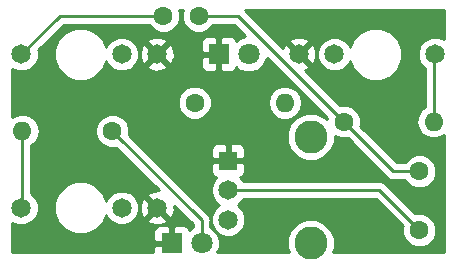
<source format=gbr>
G04 #@! TF.GenerationSoftware,KiCad,Pcbnew,(5.0.0)*
G04 #@! TF.CreationDate,2018-08-20T22:19:09+02:00*
G04 #@! TF.ProjectId,1u_lpg,31755F6C70672E6B696361645F706362,rev?*
G04 #@! TF.SameCoordinates,Original*
G04 #@! TF.FileFunction,Copper,L1,Top,Signal*
G04 #@! TF.FilePolarity,Positive*
%FSLAX46Y46*%
G04 Gerber Fmt 4.6, Leading zero omitted, Abs format (unit mm)*
G04 Created by KiCad (PCBNEW (5.0.0)) date 08/20/18 22:19:09*
%MOMM*%
%LPD*%
G01*
G04 APERTURE LIST*
G04 #@! TA.AperFunction,ComponentPad*
%ADD10C,1.800000*%
G04 #@! TD*
G04 #@! TA.AperFunction,ComponentPad*
%ADD11R,1.800000X1.800000*%
G04 #@! TD*
G04 #@! TA.AperFunction,ComponentPad*
%ADD12C,1.648460*%
G04 #@! TD*
G04 #@! TA.AperFunction,ComponentPad*
%ADD13C,1.600000*%
G04 #@! TD*
G04 #@! TA.AperFunction,ComponentPad*
%ADD14R,1.648460X1.648460*%
G04 #@! TD*
G04 #@! TA.AperFunction,ComponentPad*
%ADD15C,2.794000*%
G04 #@! TD*
G04 #@! TA.AperFunction,ComponentPad*
%ADD16O,1.600000X1.600000*%
G04 #@! TD*
G04 #@! TA.AperFunction,Conductor*
%ADD17C,0.250000*%
G04 #@! TD*
G04 #@! TA.AperFunction,Conductor*
%ADD18C,0.254000*%
G04 #@! TD*
G04 APERTURE END LIST*
D10*
G04 #@! TO.P,D1,2*
G04 #@! TO.N,Net-(D1-Pad2)*
X20750000Y-4500000D03*
D11*
G04 #@! TO.P,D1,1*
G04 #@! TO.N,GND*
X18210000Y-4500000D03*
G04 #@! TD*
D10*
G04 #@! TO.P,D2,2*
G04 #@! TO.N,Net-(D2-Pad2)*
X16750000Y-20500000D03*
D11*
G04 #@! TO.P,D2,1*
G04 #@! TO.N,GND*
X14210000Y-20500000D03*
G04 #@! TD*
D12*
G04 #@! TO.P,J_CV_1,P$1_TIP*
G04 #@! TO.N,Net-(J_CV_1-PadP$1_TIP)*
X1501280Y-17500000D03*
G04 #@! TO.P,J_CV_1,P$2_SWITCH*
G04 #@! TO.N,N/C*
X9997580Y-17500000D03*
G04 #@! TO.P,J_CV_1,P$3_SLEEVE*
G04 #@! TO.N,GND*
X12999860Y-17500000D03*
G04 #@! TD*
G04 #@! TO.P,J_IN_1,P$3_SLEEVE*
G04 #@! TO.N,GND*
X12999860Y-4500000D03*
G04 #@! TO.P,J_IN_1,P$2_SWITCH*
G04 #@! TO.N,N/C*
X9997580Y-4500000D03*
G04 #@! TO.P,J_IN_1,P$1_TIP*
G04 #@! TO.N,Net-(J_IN_1-PadP$1_TIP)*
X1501280Y-4500000D03*
G04 #@! TD*
G04 #@! TO.P,J_OUT_1,P$1_TIP*
G04 #@! TO.N,Net-(J_OUT_1-PadP$1_TIP)*
X36498720Y-4500000D03*
G04 #@! TO.P,J_OUT_1,P$2_SWITCH*
G04 #@! TO.N,N/C*
X28002420Y-4500000D03*
G04 #@! TO.P,J_OUT_1,P$3_SLEEVE*
G04 #@! TO.N,GND*
X25000140Y-4500000D03*
G04 #@! TD*
D13*
G04 #@! TO.P,VAC-PHOTO1,2*
G04 #@! TO.N,Net-(C1-Pad1)*
X16500000Y-1250000D03*
G04 #@! TO.P,VAC-PHOTO1,1*
G04 #@! TO.N,Net-(J_IN_1-PadP$1_TIP)*
X13500000Y-1250000D03*
G04 #@! TD*
D14*
G04 #@! TO.P,RV1,1*
G04 #@! TO.N,GND*
X19002300Y-13500640D03*
D12*
G04 #@! TO.P,RV1,2*
G04 #@! TO.N,Net-(C1-Pad2)*
X19002300Y-16000000D03*
G04 #@! TO.P,RV1,3*
G04 #@! TO.N,N/C*
X19002300Y-18499360D03*
D15*
G04 #@! TO.P,RV1,CHASSIS1*
X26000000Y-11501660D03*
G04 #@! TO.P,RV1,CHASSIS2*
X26000000Y-20498340D03*
G04 #@! TD*
D13*
G04 #@! TO.P,C1,2*
G04 #@! TO.N,Net-(C1-Pad2)*
X35200000Y-19400000D03*
G04 #@! TO.P,C1,1*
G04 #@! TO.N,Net-(C1-Pad1)*
X35200000Y-14400000D03*
G04 #@! TD*
G04 #@! TO.P,R_LED_1,1*
G04 #@! TO.N,Net-(D2-Pad2)*
X9200000Y-11000000D03*
D16*
G04 #@! TO.P,R_LED_1,2*
G04 #@! TO.N,Net-(J_CV_1-PadP$1_TIP)*
X1580000Y-11000000D03*
G04 #@! TD*
D13*
G04 #@! TO.P,R_OUT_1,1*
G04 #@! TO.N,Net-(C1-Pad1)*
X28780000Y-10200000D03*
D16*
G04 #@! TO.P,R_OUT_1,2*
G04 #@! TO.N,Net-(J_OUT_1-PadP$1_TIP)*
X36400000Y-10200000D03*
G04 #@! TD*
G04 #@! TO.P,R_VAC_1,2*
G04 #@! TO.N,Net-(J_CV_1-PadP$1_TIP)*
X23800000Y-8600000D03*
D13*
G04 #@! TO.P,R_VAC_1,1*
G04 #@! TO.N,Net-(D1-Pad2)*
X16180000Y-8600000D03*
G04 #@! TD*
D17*
G04 #@! TO.N,Net-(C1-Pad2)*
X31800000Y-16000000D02*
X35200000Y-19400000D01*
X19002300Y-16000000D02*
X31800000Y-16000000D01*
G04 #@! TO.N,Net-(C1-Pad1)*
X19830000Y-1250000D02*
X28780000Y-10200000D01*
X16500000Y-1250000D02*
X19830000Y-1250000D01*
X32980000Y-14400000D02*
X35200000Y-14400000D01*
X28780000Y-10200000D02*
X32980000Y-14400000D01*
G04 #@! TO.N,Net-(D2-Pad2)*
X16750000Y-18550000D02*
X16750000Y-20500000D01*
X9200000Y-11000000D02*
X16750000Y-18550000D01*
G04 #@! TO.N,Net-(J_CV_1-PadP$1_TIP)*
X1580000Y-17421280D02*
X1501280Y-17500000D01*
X1580000Y-11000000D02*
X1580000Y-17421280D01*
G04 #@! TO.N,Net-(J_OUT_1-PadP$1_TIP)*
X36400000Y-4598720D02*
X36498720Y-4500000D01*
X36400000Y-10200000D02*
X36400000Y-4598720D01*
G04 #@! TO.N,Net-(J_IN_1-PadP$1_TIP)*
X4751280Y-1250000D02*
X13500000Y-1250000D01*
X1501280Y-4500000D02*
X4751280Y-1250000D01*
G04 #@! TD*
D18*
G04 #@! TO.N,GND*
G36*
X15065000Y-964561D02*
X15065000Y-1535439D01*
X15283466Y-2062862D01*
X15687138Y-2466534D01*
X16214561Y-2685000D01*
X16785439Y-2685000D01*
X17312862Y-2466534D01*
X17716534Y-2062862D01*
X17738430Y-2010000D01*
X19515199Y-2010000D01*
X20470199Y-2965000D01*
X20444670Y-2965000D01*
X19880493Y-3198690D01*
X19704139Y-3375044D01*
X19648327Y-3240301D01*
X19469698Y-3061673D01*
X19236309Y-2965000D01*
X18495750Y-2965000D01*
X18337000Y-3123750D01*
X18337000Y-4373000D01*
X18357000Y-4373000D01*
X18357000Y-4627000D01*
X18337000Y-4627000D01*
X18337000Y-5876250D01*
X18495750Y-6035000D01*
X19236309Y-6035000D01*
X19469698Y-5938327D01*
X19648327Y-5759699D01*
X19704139Y-5624956D01*
X19880493Y-5801310D01*
X20444670Y-6035000D01*
X21055330Y-6035000D01*
X21619507Y-5801310D01*
X22051310Y-5369507D01*
X22285000Y-4805330D01*
X22285000Y-4779802D01*
X27366896Y-9861699D01*
X27345000Y-9914561D01*
X27345000Y-9972979D01*
X27151035Y-9779014D01*
X26404190Y-9469660D01*
X25595810Y-9469660D01*
X24848965Y-9779014D01*
X24277354Y-10350625D01*
X23968000Y-11097470D01*
X23968000Y-11905850D01*
X24277354Y-12652695D01*
X24848965Y-13224306D01*
X25595810Y-13533660D01*
X26404190Y-13533660D01*
X27151035Y-13224306D01*
X27722646Y-12652695D01*
X28032000Y-11905850D01*
X28032000Y-11443401D01*
X28494561Y-11635000D01*
X29065439Y-11635000D01*
X29118302Y-11613103D01*
X32389671Y-14884473D01*
X32432071Y-14947929D01*
X32683463Y-15115904D01*
X32905148Y-15160000D01*
X32905153Y-15160000D01*
X32980000Y-15174888D01*
X33054847Y-15160000D01*
X33961570Y-15160000D01*
X33983466Y-15212862D01*
X34387138Y-15616534D01*
X34914561Y-15835000D01*
X35485439Y-15835000D01*
X36012862Y-15616534D01*
X36416534Y-15212862D01*
X36635000Y-14685439D01*
X36635000Y-14114561D01*
X36416534Y-13587138D01*
X36012862Y-13183466D01*
X35485439Y-12965000D01*
X34914561Y-12965000D01*
X34387138Y-13183466D01*
X33983466Y-13587138D01*
X33961570Y-13640000D01*
X33294802Y-13640000D01*
X30193103Y-10538302D01*
X30215000Y-10485439D01*
X30215000Y-9914561D01*
X29996534Y-9387138D01*
X29592862Y-8983466D01*
X29065439Y-8765000D01*
X28494561Y-8765000D01*
X28441699Y-8786896D01*
X25528310Y-5873508D01*
X25768721Y-5773926D01*
X25845830Y-5525295D01*
X25000140Y-4679605D01*
X24985998Y-4693748D01*
X24806393Y-4514143D01*
X24820535Y-4500000D01*
X25179745Y-4500000D01*
X26025435Y-5345690D01*
X26274066Y-5268581D01*
X26471217Y-4722565D01*
X26447511Y-4209741D01*
X26543190Y-4209741D01*
X26543190Y-4790259D01*
X26765345Y-5326587D01*
X27175833Y-5737075D01*
X27712161Y-5959230D01*
X28292679Y-5959230D01*
X28829007Y-5737075D01*
X29239495Y-5326587D01*
X29331366Y-5104791D01*
X29605259Y-5766026D01*
X30233974Y-6394741D01*
X31055431Y-6735000D01*
X31944569Y-6735000D01*
X32766026Y-6394741D01*
X33394741Y-5766026D01*
X33735000Y-4944569D01*
X33735000Y-4055431D01*
X33394741Y-3233974D01*
X32766026Y-2605259D01*
X31944569Y-2265000D01*
X31055431Y-2265000D01*
X30233974Y-2605259D01*
X29605259Y-3233974D01*
X29331366Y-3895209D01*
X29239495Y-3673413D01*
X28829007Y-3262925D01*
X28292679Y-3040770D01*
X27712161Y-3040770D01*
X27175833Y-3262925D01*
X26765345Y-3673413D01*
X26543190Y-4209741D01*
X26447511Y-4209741D01*
X26444410Y-4142666D01*
X26274066Y-3731419D01*
X26025435Y-3654310D01*
X25179745Y-4500000D01*
X24820535Y-4500000D01*
X23974845Y-3654310D01*
X23726214Y-3731419D01*
X23636019Y-3981217D01*
X23129507Y-3474705D01*
X24154450Y-3474705D01*
X25000140Y-4320395D01*
X25845830Y-3474705D01*
X25768721Y-3226074D01*
X25222705Y-3028923D01*
X24642806Y-3055730D01*
X24231559Y-3226074D01*
X24154450Y-3474705D01*
X23129507Y-3474705D01*
X20420331Y-765530D01*
X20399931Y-735000D01*
X37265001Y-735000D01*
X37265001Y-3237945D01*
X36788979Y-3040770D01*
X36208461Y-3040770D01*
X35672133Y-3262925D01*
X35261645Y-3673413D01*
X35039490Y-4209741D01*
X35039490Y-4790259D01*
X35261645Y-5326587D01*
X35640001Y-5704943D01*
X35640000Y-8981956D01*
X35365423Y-9165423D01*
X35048260Y-9640091D01*
X34936887Y-10200000D01*
X35048260Y-10759909D01*
X35365423Y-11234577D01*
X35840091Y-11551740D01*
X36258667Y-11635000D01*
X36541333Y-11635000D01*
X36959909Y-11551740D01*
X37265000Y-11347884D01*
X37265000Y-21265000D01*
X27881860Y-21265000D01*
X28032000Y-20902530D01*
X28032000Y-20094150D01*
X27722646Y-19347305D01*
X27151035Y-18775694D01*
X26404190Y-18466340D01*
X25595810Y-18466340D01*
X24848965Y-18775694D01*
X24277354Y-19347305D01*
X23968000Y-20094150D01*
X23968000Y-20902530D01*
X24118140Y-21265000D01*
X18094598Y-21265000D01*
X18285000Y-20805330D01*
X18285000Y-20194670D01*
X18051310Y-19630493D01*
X17619507Y-19198690D01*
X17510000Y-19153331D01*
X17510000Y-18624846D01*
X17524888Y-18549999D01*
X17510000Y-18475152D01*
X17510000Y-18475148D01*
X17465904Y-18253463D01*
X17388209Y-18137184D01*
X17340329Y-18065526D01*
X17340327Y-18065524D01*
X17297929Y-18002071D01*
X17234476Y-17959673D01*
X13061192Y-13786390D01*
X17543070Y-13786390D01*
X17543070Y-14451179D01*
X17639743Y-14684568D01*
X17818371Y-14863197D01*
X18000147Y-14938491D01*
X17765225Y-15173413D01*
X17543070Y-15709741D01*
X17543070Y-16290259D01*
X17765225Y-16826587D01*
X18175713Y-17237075D01*
X18206144Y-17249680D01*
X18175713Y-17262285D01*
X17765225Y-17672773D01*
X17543070Y-18209101D01*
X17543070Y-18789619D01*
X17765225Y-19325947D01*
X18175713Y-19736435D01*
X18712041Y-19958590D01*
X19292559Y-19958590D01*
X19828887Y-19736435D01*
X20239375Y-19325947D01*
X20461530Y-18789619D01*
X20461530Y-18209101D01*
X20239375Y-17672773D01*
X19828887Y-17262285D01*
X19798456Y-17249680D01*
X19828887Y-17237075D01*
X20239375Y-16826587D01*
X20266956Y-16760000D01*
X31485199Y-16760000D01*
X33786896Y-19061698D01*
X33765000Y-19114561D01*
X33765000Y-19685439D01*
X33983466Y-20212862D01*
X34387138Y-20616534D01*
X34914561Y-20835000D01*
X35485439Y-20835000D01*
X36012862Y-20616534D01*
X36416534Y-20212862D01*
X36635000Y-19685439D01*
X36635000Y-19114561D01*
X36416534Y-18587138D01*
X36012862Y-18183466D01*
X35485439Y-17965000D01*
X34914561Y-17965000D01*
X34861698Y-17986896D01*
X32390331Y-15515530D01*
X32347929Y-15452071D01*
X32096537Y-15284096D01*
X31874852Y-15240000D01*
X31874847Y-15240000D01*
X31800000Y-15225112D01*
X31725153Y-15240000D01*
X20266956Y-15240000D01*
X20239375Y-15173413D01*
X20004453Y-14938491D01*
X20186229Y-14863197D01*
X20364857Y-14684568D01*
X20461530Y-14451179D01*
X20461530Y-13786390D01*
X20302780Y-13627640D01*
X19129300Y-13627640D01*
X19129300Y-13647640D01*
X18875300Y-13647640D01*
X18875300Y-13627640D01*
X17701820Y-13627640D01*
X17543070Y-13786390D01*
X13061192Y-13786390D01*
X11824903Y-12550101D01*
X17543070Y-12550101D01*
X17543070Y-13214890D01*
X17701820Y-13373640D01*
X18875300Y-13373640D01*
X18875300Y-12200160D01*
X19129300Y-12200160D01*
X19129300Y-13373640D01*
X20302780Y-13373640D01*
X20461530Y-13214890D01*
X20461530Y-12550101D01*
X20364857Y-12316712D01*
X20186229Y-12138083D01*
X19952840Y-12041410D01*
X19288050Y-12041410D01*
X19129300Y-12200160D01*
X18875300Y-12200160D01*
X18716550Y-12041410D01*
X18051760Y-12041410D01*
X17818371Y-12138083D01*
X17639743Y-12316712D01*
X17543070Y-12550101D01*
X11824903Y-12550101D01*
X10613103Y-11338302D01*
X10635000Y-11285439D01*
X10635000Y-10714561D01*
X10416534Y-10187138D01*
X10012862Y-9783466D01*
X9485439Y-9565000D01*
X8914561Y-9565000D01*
X8387138Y-9783466D01*
X7983466Y-10187138D01*
X7765000Y-10714561D01*
X7765000Y-11285439D01*
X7983466Y-11812862D01*
X8387138Y-12216534D01*
X8914561Y-12435000D01*
X9485439Y-12435000D01*
X9538302Y-12413103D01*
X13157139Y-16031941D01*
X12642526Y-16055730D01*
X12231279Y-16226074D01*
X12154170Y-16474705D01*
X12999860Y-17320395D01*
X13014003Y-17306253D01*
X13193608Y-17485858D01*
X13179465Y-17500000D01*
X14025155Y-18345690D01*
X14273786Y-18268581D01*
X14470937Y-17722565D01*
X14452673Y-17327476D01*
X15990000Y-18864803D01*
X15990000Y-19153331D01*
X15880493Y-19198690D01*
X15704139Y-19375044D01*
X15648327Y-19240301D01*
X15469698Y-19061673D01*
X15236309Y-18965000D01*
X14495750Y-18965000D01*
X14337000Y-19123750D01*
X14337000Y-20373000D01*
X14357000Y-20373000D01*
X14357000Y-20627000D01*
X14337000Y-20627000D01*
X14337000Y-20647000D01*
X14083000Y-20647000D01*
X14083000Y-20627000D01*
X12833750Y-20627000D01*
X12675000Y-20785750D01*
X12675000Y-21265000D01*
X735000Y-21265000D01*
X735000Y-18762055D01*
X1211021Y-18959230D01*
X1791539Y-18959230D01*
X2327867Y-18737075D01*
X2738355Y-18326587D01*
X2960510Y-17790259D01*
X2960510Y-17209741D01*
X2896593Y-17055431D01*
X4265000Y-17055431D01*
X4265000Y-17944569D01*
X4605259Y-18766026D01*
X5233974Y-19394741D01*
X6055431Y-19735000D01*
X6944569Y-19735000D01*
X7575426Y-19473690D01*
X12675000Y-19473690D01*
X12675000Y-20214250D01*
X12833750Y-20373000D01*
X14083000Y-20373000D01*
X14083000Y-19123750D01*
X13924250Y-18965000D01*
X13183691Y-18965000D01*
X12950302Y-19061673D01*
X12771673Y-19240301D01*
X12675000Y-19473690D01*
X7575426Y-19473690D01*
X7766026Y-19394741D01*
X8394741Y-18766026D01*
X8668634Y-18104791D01*
X8760505Y-18326587D01*
X9170993Y-18737075D01*
X9707321Y-18959230D01*
X10287839Y-18959230D01*
X10824167Y-18737075D01*
X11035947Y-18525295D01*
X12154170Y-18525295D01*
X12231279Y-18773926D01*
X12777295Y-18971077D01*
X13357194Y-18944270D01*
X13768441Y-18773926D01*
X13845550Y-18525295D01*
X12999860Y-17679605D01*
X12154170Y-18525295D01*
X11035947Y-18525295D01*
X11234655Y-18326587D01*
X11456810Y-17790259D01*
X11456810Y-17277435D01*
X11528783Y-17277435D01*
X11555590Y-17857334D01*
X11725934Y-18268581D01*
X11974565Y-18345690D01*
X12820255Y-17500000D01*
X11974565Y-16654310D01*
X11725934Y-16731419D01*
X11528783Y-17277435D01*
X11456810Y-17277435D01*
X11456810Y-17209741D01*
X11234655Y-16673413D01*
X10824167Y-16262925D01*
X10287839Y-16040770D01*
X9707321Y-16040770D01*
X9170993Y-16262925D01*
X8760505Y-16673413D01*
X8668634Y-16895209D01*
X8394741Y-16233974D01*
X7766026Y-15605259D01*
X6944569Y-15265000D01*
X6055431Y-15265000D01*
X5233974Y-15605259D01*
X4605259Y-16233974D01*
X4265000Y-17055431D01*
X2896593Y-17055431D01*
X2738355Y-16673413D01*
X2340000Y-16275058D01*
X2340000Y-12218043D01*
X2614577Y-12034577D01*
X2931740Y-11559909D01*
X3043113Y-11000000D01*
X2931740Y-10440091D01*
X2614577Y-9965423D01*
X2139909Y-9648260D01*
X1721333Y-9565000D01*
X1438667Y-9565000D01*
X1020091Y-9648260D01*
X735000Y-9838752D01*
X735000Y-8314561D01*
X14745000Y-8314561D01*
X14745000Y-8885439D01*
X14963466Y-9412862D01*
X15367138Y-9816534D01*
X15894561Y-10035000D01*
X16465439Y-10035000D01*
X16992862Y-9816534D01*
X17396534Y-9412862D01*
X17615000Y-8885439D01*
X17615000Y-8600000D01*
X22336887Y-8600000D01*
X22448260Y-9159909D01*
X22765423Y-9634577D01*
X23240091Y-9951740D01*
X23658667Y-10035000D01*
X23941333Y-10035000D01*
X24359909Y-9951740D01*
X24834577Y-9634577D01*
X25151740Y-9159909D01*
X25263113Y-8600000D01*
X25151740Y-8040091D01*
X24834577Y-7565423D01*
X24359909Y-7248260D01*
X23941333Y-7165000D01*
X23658667Y-7165000D01*
X23240091Y-7248260D01*
X22765423Y-7565423D01*
X22448260Y-8040091D01*
X22336887Y-8600000D01*
X17615000Y-8600000D01*
X17615000Y-8314561D01*
X17396534Y-7787138D01*
X16992862Y-7383466D01*
X16465439Y-7165000D01*
X15894561Y-7165000D01*
X15367138Y-7383466D01*
X14963466Y-7787138D01*
X14745000Y-8314561D01*
X735000Y-8314561D01*
X735000Y-5762055D01*
X1211021Y-5959230D01*
X1791539Y-5959230D01*
X2327867Y-5737075D01*
X2738355Y-5326587D01*
X2960510Y-4790259D01*
X2960510Y-4209741D01*
X2932928Y-4143153D01*
X3020650Y-4055431D01*
X4265000Y-4055431D01*
X4265000Y-4944569D01*
X4605259Y-5766026D01*
X5233974Y-6394741D01*
X6055431Y-6735000D01*
X6944569Y-6735000D01*
X7766026Y-6394741D01*
X8394741Y-5766026D01*
X8668634Y-5104791D01*
X8760505Y-5326587D01*
X9170993Y-5737075D01*
X9707321Y-5959230D01*
X10287839Y-5959230D01*
X10824167Y-5737075D01*
X11035947Y-5525295D01*
X12154170Y-5525295D01*
X12231279Y-5773926D01*
X12777295Y-5971077D01*
X13357194Y-5944270D01*
X13768441Y-5773926D01*
X13845550Y-5525295D01*
X12999860Y-4679605D01*
X12154170Y-5525295D01*
X11035947Y-5525295D01*
X11234655Y-5326587D01*
X11456810Y-4790259D01*
X11456810Y-4277435D01*
X11528783Y-4277435D01*
X11555590Y-4857334D01*
X11725934Y-5268581D01*
X11974565Y-5345690D01*
X12820255Y-4500000D01*
X13179465Y-4500000D01*
X14025155Y-5345690D01*
X14273786Y-5268581D01*
X14448122Y-4785750D01*
X16675000Y-4785750D01*
X16675000Y-5526310D01*
X16771673Y-5759699D01*
X16950302Y-5938327D01*
X17183691Y-6035000D01*
X17924250Y-6035000D01*
X18083000Y-5876250D01*
X18083000Y-4627000D01*
X16833750Y-4627000D01*
X16675000Y-4785750D01*
X14448122Y-4785750D01*
X14470937Y-4722565D01*
X14444130Y-4142666D01*
X14273786Y-3731419D01*
X14025155Y-3654310D01*
X13179465Y-4500000D01*
X12820255Y-4500000D01*
X11974565Y-3654310D01*
X11725934Y-3731419D01*
X11528783Y-4277435D01*
X11456810Y-4277435D01*
X11456810Y-4209741D01*
X11234655Y-3673413D01*
X11035947Y-3474705D01*
X12154170Y-3474705D01*
X12999860Y-4320395D01*
X13845550Y-3474705D01*
X13845236Y-3473690D01*
X16675000Y-3473690D01*
X16675000Y-4214250D01*
X16833750Y-4373000D01*
X18083000Y-4373000D01*
X18083000Y-3123750D01*
X17924250Y-2965000D01*
X17183691Y-2965000D01*
X16950302Y-3061673D01*
X16771673Y-3240301D01*
X16675000Y-3473690D01*
X13845236Y-3473690D01*
X13768441Y-3226074D01*
X13222425Y-3028923D01*
X12642526Y-3055730D01*
X12231279Y-3226074D01*
X12154170Y-3474705D01*
X11035947Y-3474705D01*
X10824167Y-3262925D01*
X10287839Y-3040770D01*
X9707321Y-3040770D01*
X9170993Y-3262925D01*
X8760505Y-3673413D01*
X8668634Y-3895209D01*
X8394741Y-3233974D01*
X7766026Y-2605259D01*
X6944569Y-2265000D01*
X6055431Y-2265000D01*
X5233974Y-2605259D01*
X4605259Y-3233974D01*
X4265000Y-4055431D01*
X3020650Y-4055431D01*
X5066082Y-2010000D01*
X12261570Y-2010000D01*
X12283466Y-2062862D01*
X12687138Y-2466534D01*
X13214561Y-2685000D01*
X13785439Y-2685000D01*
X14312862Y-2466534D01*
X14716534Y-2062862D01*
X14935000Y-1535439D01*
X14935000Y-964561D01*
X14839913Y-735000D01*
X15160087Y-735000D01*
X15065000Y-964561D01*
X15065000Y-964561D01*
G37*
X15065000Y-964561D02*
X15065000Y-1535439D01*
X15283466Y-2062862D01*
X15687138Y-2466534D01*
X16214561Y-2685000D01*
X16785439Y-2685000D01*
X17312862Y-2466534D01*
X17716534Y-2062862D01*
X17738430Y-2010000D01*
X19515199Y-2010000D01*
X20470199Y-2965000D01*
X20444670Y-2965000D01*
X19880493Y-3198690D01*
X19704139Y-3375044D01*
X19648327Y-3240301D01*
X19469698Y-3061673D01*
X19236309Y-2965000D01*
X18495750Y-2965000D01*
X18337000Y-3123750D01*
X18337000Y-4373000D01*
X18357000Y-4373000D01*
X18357000Y-4627000D01*
X18337000Y-4627000D01*
X18337000Y-5876250D01*
X18495750Y-6035000D01*
X19236309Y-6035000D01*
X19469698Y-5938327D01*
X19648327Y-5759699D01*
X19704139Y-5624956D01*
X19880493Y-5801310D01*
X20444670Y-6035000D01*
X21055330Y-6035000D01*
X21619507Y-5801310D01*
X22051310Y-5369507D01*
X22285000Y-4805330D01*
X22285000Y-4779802D01*
X27366896Y-9861699D01*
X27345000Y-9914561D01*
X27345000Y-9972979D01*
X27151035Y-9779014D01*
X26404190Y-9469660D01*
X25595810Y-9469660D01*
X24848965Y-9779014D01*
X24277354Y-10350625D01*
X23968000Y-11097470D01*
X23968000Y-11905850D01*
X24277354Y-12652695D01*
X24848965Y-13224306D01*
X25595810Y-13533660D01*
X26404190Y-13533660D01*
X27151035Y-13224306D01*
X27722646Y-12652695D01*
X28032000Y-11905850D01*
X28032000Y-11443401D01*
X28494561Y-11635000D01*
X29065439Y-11635000D01*
X29118302Y-11613103D01*
X32389671Y-14884473D01*
X32432071Y-14947929D01*
X32683463Y-15115904D01*
X32905148Y-15160000D01*
X32905153Y-15160000D01*
X32980000Y-15174888D01*
X33054847Y-15160000D01*
X33961570Y-15160000D01*
X33983466Y-15212862D01*
X34387138Y-15616534D01*
X34914561Y-15835000D01*
X35485439Y-15835000D01*
X36012862Y-15616534D01*
X36416534Y-15212862D01*
X36635000Y-14685439D01*
X36635000Y-14114561D01*
X36416534Y-13587138D01*
X36012862Y-13183466D01*
X35485439Y-12965000D01*
X34914561Y-12965000D01*
X34387138Y-13183466D01*
X33983466Y-13587138D01*
X33961570Y-13640000D01*
X33294802Y-13640000D01*
X30193103Y-10538302D01*
X30215000Y-10485439D01*
X30215000Y-9914561D01*
X29996534Y-9387138D01*
X29592862Y-8983466D01*
X29065439Y-8765000D01*
X28494561Y-8765000D01*
X28441699Y-8786896D01*
X25528310Y-5873508D01*
X25768721Y-5773926D01*
X25845830Y-5525295D01*
X25000140Y-4679605D01*
X24985998Y-4693748D01*
X24806393Y-4514143D01*
X24820535Y-4500000D01*
X25179745Y-4500000D01*
X26025435Y-5345690D01*
X26274066Y-5268581D01*
X26471217Y-4722565D01*
X26447511Y-4209741D01*
X26543190Y-4209741D01*
X26543190Y-4790259D01*
X26765345Y-5326587D01*
X27175833Y-5737075D01*
X27712161Y-5959230D01*
X28292679Y-5959230D01*
X28829007Y-5737075D01*
X29239495Y-5326587D01*
X29331366Y-5104791D01*
X29605259Y-5766026D01*
X30233974Y-6394741D01*
X31055431Y-6735000D01*
X31944569Y-6735000D01*
X32766026Y-6394741D01*
X33394741Y-5766026D01*
X33735000Y-4944569D01*
X33735000Y-4055431D01*
X33394741Y-3233974D01*
X32766026Y-2605259D01*
X31944569Y-2265000D01*
X31055431Y-2265000D01*
X30233974Y-2605259D01*
X29605259Y-3233974D01*
X29331366Y-3895209D01*
X29239495Y-3673413D01*
X28829007Y-3262925D01*
X28292679Y-3040770D01*
X27712161Y-3040770D01*
X27175833Y-3262925D01*
X26765345Y-3673413D01*
X26543190Y-4209741D01*
X26447511Y-4209741D01*
X26444410Y-4142666D01*
X26274066Y-3731419D01*
X26025435Y-3654310D01*
X25179745Y-4500000D01*
X24820535Y-4500000D01*
X23974845Y-3654310D01*
X23726214Y-3731419D01*
X23636019Y-3981217D01*
X23129507Y-3474705D01*
X24154450Y-3474705D01*
X25000140Y-4320395D01*
X25845830Y-3474705D01*
X25768721Y-3226074D01*
X25222705Y-3028923D01*
X24642806Y-3055730D01*
X24231559Y-3226074D01*
X24154450Y-3474705D01*
X23129507Y-3474705D01*
X20420331Y-765530D01*
X20399931Y-735000D01*
X37265001Y-735000D01*
X37265001Y-3237945D01*
X36788979Y-3040770D01*
X36208461Y-3040770D01*
X35672133Y-3262925D01*
X35261645Y-3673413D01*
X35039490Y-4209741D01*
X35039490Y-4790259D01*
X35261645Y-5326587D01*
X35640001Y-5704943D01*
X35640000Y-8981956D01*
X35365423Y-9165423D01*
X35048260Y-9640091D01*
X34936887Y-10200000D01*
X35048260Y-10759909D01*
X35365423Y-11234577D01*
X35840091Y-11551740D01*
X36258667Y-11635000D01*
X36541333Y-11635000D01*
X36959909Y-11551740D01*
X37265000Y-11347884D01*
X37265000Y-21265000D01*
X27881860Y-21265000D01*
X28032000Y-20902530D01*
X28032000Y-20094150D01*
X27722646Y-19347305D01*
X27151035Y-18775694D01*
X26404190Y-18466340D01*
X25595810Y-18466340D01*
X24848965Y-18775694D01*
X24277354Y-19347305D01*
X23968000Y-20094150D01*
X23968000Y-20902530D01*
X24118140Y-21265000D01*
X18094598Y-21265000D01*
X18285000Y-20805330D01*
X18285000Y-20194670D01*
X18051310Y-19630493D01*
X17619507Y-19198690D01*
X17510000Y-19153331D01*
X17510000Y-18624846D01*
X17524888Y-18549999D01*
X17510000Y-18475152D01*
X17510000Y-18475148D01*
X17465904Y-18253463D01*
X17388209Y-18137184D01*
X17340329Y-18065526D01*
X17340327Y-18065524D01*
X17297929Y-18002071D01*
X17234476Y-17959673D01*
X13061192Y-13786390D01*
X17543070Y-13786390D01*
X17543070Y-14451179D01*
X17639743Y-14684568D01*
X17818371Y-14863197D01*
X18000147Y-14938491D01*
X17765225Y-15173413D01*
X17543070Y-15709741D01*
X17543070Y-16290259D01*
X17765225Y-16826587D01*
X18175713Y-17237075D01*
X18206144Y-17249680D01*
X18175713Y-17262285D01*
X17765225Y-17672773D01*
X17543070Y-18209101D01*
X17543070Y-18789619D01*
X17765225Y-19325947D01*
X18175713Y-19736435D01*
X18712041Y-19958590D01*
X19292559Y-19958590D01*
X19828887Y-19736435D01*
X20239375Y-19325947D01*
X20461530Y-18789619D01*
X20461530Y-18209101D01*
X20239375Y-17672773D01*
X19828887Y-17262285D01*
X19798456Y-17249680D01*
X19828887Y-17237075D01*
X20239375Y-16826587D01*
X20266956Y-16760000D01*
X31485199Y-16760000D01*
X33786896Y-19061698D01*
X33765000Y-19114561D01*
X33765000Y-19685439D01*
X33983466Y-20212862D01*
X34387138Y-20616534D01*
X34914561Y-20835000D01*
X35485439Y-20835000D01*
X36012862Y-20616534D01*
X36416534Y-20212862D01*
X36635000Y-19685439D01*
X36635000Y-19114561D01*
X36416534Y-18587138D01*
X36012862Y-18183466D01*
X35485439Y-17965000D01*
X34914561Y-17965000D01*
X34861698Y-17986896D01*
X32390331Y-15515530D01*
X32347929Y-15452071D01*
X32096537Y-15284096D01*
X31874852Y-15240000D01*
X31874847Y-15240000D01*
X31800000Y-15225112D01*
X31725153Y-15240000D01*
X20266956Y-15240000D01*
X20239375Y-15173413D01*
X20004453Y-14938491D01*
X20186229Y-14863197D01*
X20364857Y-14684568D01*
X20461530Y-14451179D01*
X20461530Y-13786390D01*
X20302780Y-13627640D01*
X19129300Y-13627640D01*
X19129300Y-13647640D01*
X18875300Y-13647640D01*
X18875300Y-13627640D01*
X17701820Y-13627640D01*
X17543070Y-13786390D01*
X13061192Y-13786390D01*
X11824903Y-12550101D01*
X17543070Y-12550101D01*
X17543070Y-13214890D01*
X17701820Y-13373640D01*
X18875300Y-13373640D01*
X18875300Y-12200160D01*
X19129300Y-12200160D01*
X19129300Y-13373640D01*
X20302780Y-13373640D01*
X20461530Y-13214890D01*
X20461530Y-12550101D01*
X20364857Y-12316712D01*
X20186229Y-12138083D01*
X19952840Y-12041410D01*
X19288050Y-12041410D01*
X19129300Y-12200160D01*
X18875300Y-12200160D01*
X18716550Y-12041410D01*
X18051760Y-12041410D01*
X17818371Y-12138083D01*
X17639743Y-12316712D01*
X17543070Y-12550101D01*
X11824903Y-12550101D01*
X10613103Y-11338302D01*
X10635000Y-11285439D01*
X10635000Y-10714561D01*
X10416534Y-10187138D01*
X10012862Y-9783466D01*
X9485439Y-9565000D01*
X8914561Y-9565000D01*
X8387138Y-9783466D01*
X7983466Y-10187138D01*
X7765000Y-10714561D01*
X7765000Y-11285439D01*
X7983466Y-11812862D01*
X8387138Y-12216534D01*
X8914561Y-12435000D01*
X9485439Y-12435000D01*
X9538302Y-12413103D01*
X13157139Y-16031941D01*
X12642526Y-16055730D01*
X12231279Y-16226074D01*
X12154170Y-16474705D01*
X12999860Y-17320395D01*
X13014003Y-17306253D01*
X13193608Y-17485858D01*
X13179465Y-17500000D01*
X14025155Y-18345690D01*
X14273786Y-18268581D01*
X14470937Y-17722565D01*
X14452673Y-17327476D01*
X15990000Y-18864803D01*
X15990000Y-19153331D01*
X15880493Y-19198690D01*
X15704139Y-19375044D01*
X15648327Y-19240301D01*
X15469698Y-19061673D01*
X15236309Y-18965000D01*
X14495750Y-18965000D01*
X14337000Y-19123750D01*
X14337000Y-20373000D01*
X14357000Y-20373000D01*
X14357000Y-20627000D01*
X14337000Y-20627000D01*
X14337000Y-20647000D01*
X14083000Y-20647000D01*
X14083000Y-20627000D01*
X12833750Y-20627000D01*
X12675000Y-20785750D01*
X12675000Y-21265000D01*
X735000Y-21265000D01*
X735000Y-18762055D01*
X1211021Y-18959230D01*
X1791539Y-18959230D01*
X2327867Y-18737075D01*
X2738355Y-18326587D01*
X2960510Y-17790259D01*
X2960510Y-17209741D01*
X2896593Y-17055431D01*
X4265000Y-17055431D01*
X4265000Y-17944569D01*
X4605259Y-18766026D01*
X5233974Y-19394741D01*
X6055431Y-19735000D01*
X6944569Y-19735000D01*
X7575426Y-19473690D01*
X12675000Y-19473690D01*
X12675000Y-20214250D01*
X12833750Y-20373000D01*
X14083000Y-20373000D01*
X14083000Y-19123750D01*
X13924250Y-18965000D01*
X13183691Y-18965000D01*
X12950302Y-19061673D01*
X12771673Y-19240301D01*
X12675000Y-19473690D01*
X7575426Y-19473690D01*
X7766026Y-19394741D01*
X8394741Y-18766026D01*
X8668634Y-18104791D01*
X8760505Y-18326587D01*
X9170993Y-18737075D01*
X9707321Y-18959230D01*
X10287839Y-18959230D01*
X10824167Y-18737075D01*
X11035947Y-18525295D01*
X12154170Y-18525295D01*
X12231279Y-18773926D01*
X12777295Y-18971077D01*
X13357194Y-18944270D01*
X13768441Y-18773926D01*
X13845550Y-18525295D01*
X12999860Y-17679605D01*
X12154170Y-18525295D01*
X11035947Y-18525295D01*
X11234655Y-18326587D01*
X11456810Y-17790259D01*
X11456810Y-17277435D01*
X11528783Y-17277435D01*
X11555590Y-17857334D01*
X11725934Y-18268581D01*
X11974565Y-18345690D01*
X12820255Y-17500000D01*
X11974565Y-16654310D01*
X11725934Y-16731419D01*
X11528783Y-17277435D01*
X11456810Y-17277435D01*
X11456810Y-17209741D01*
X11234655Y-16673413D01*
X10824167Y-16262925D01*
X10287839Y-16040770D01*
X9707321Y-16040770D01*
X9170993Y-16262925D01*
X8760505Y-16673413D01*
X8668634Y-16895209D01*
X8394741Y-16233974D01*
X7766026Y-15605259D01*
X6944569Y-15265000D01*
X6055431Y-15265000D01*
X5233974Y-15605259D01*
X4605259Y-16233974D01*
X4265000Y-17055431D01*
X2896593Y-17055431D01*
X2738355Y-16673413D01*
X2340000Y-16275058D01*
X2340000Y-12218043D01*
X2614577Y-12034577D01*
X2931740Y-11559909D01*
X3043113Y-11000000D01*
X2931740Y-10440091D01*
X2614577Y-9965423D01*
X2139909Y-9648260D01*
X1721333Y-9565000D01*
X1438667Y-9565000D01*
X1020091Y-9648260D01*
X735000Y-9838752D01*
X735000Y-8314561D01*
X14745000Y-8314561D01*
X14745000Y-8885439D01*
X14963466Y-9412862D01*
X15367138Y-9816534D01*
X15894561Y-10035000D01*
X16465439Y-10035000D01*
X16992862Y-9816534D01*
X17396534Y-9412862D01*
X17615000Y-8885439D01*
X17615000Y-8600000D01*
X22336887Y-8600000D01*
X22448260Y-9159909D01*
X22765423Y-9634577D01*
X23240091Y-9951740D01*
X23658667Y-10035000D01*
X23941333Y-10035000D01*
X24359909Y-9951740D01*
X24834577Y-9634577D01*
X25151740Y-9159909D01*
X25263113Y-8600000D01*
X25151740Y-8040091D01*
X24834577Y-7565423D01*
X24359909Y-7248260D01*
X23941333Y-7165000D01*
X23658667Y-7165000D01*
X23240091Y-7248260D01*
X22765423Y-7565423D01*
X22448260Y-8040091D01*
X22336887Y-8600000D01*
X17615000Y-8600000D01*
X17615000Y-8314561D01*
X17396534Y-7787138D01*
X16992862Y-7383466D01*
X16465439Y-7165000D01*
X15894561Y-7165000D01*
X15367138Y-7383466D01*
X14963466Y-7787138D01*
X14745000Y-8314561D01*
X735000Y-8314561D01*
X735000Y-5762055D01*
X1211021Y-5959230D01*
X1791539Y-5959230D01*
X2327867Y-5737075D01*
X2738355Y-5326587D01*
X2960510Y-4790259D01*
X2960510Y-4209741D01*
X2932928Y-4143153D01*
X3020650Y-4055431D01*
X4265000Y-4055431D01*
X4265000Y-4944569D01*
X4605259Y-5766026D01*
X5233974Y-6394741D01*
X6055431Y-6735000D01*
X6944569Y-6735000D01*
X7766026Y-6394741D01*
X8394741Y-5766026D01*
X8668634Y-5104791D01*
X8760505Y-5326587D01*
X9170993Y-5737075D01*
X9707321Y-5959230D01*
X10287839Y-5959230D01*
X10824167Y-5737075D01*
X11035947Y-5525295D01*
X12154170Y-5525295D01*
X12231279Y-5773926D01*
X12777295Y-5971077D01*
X13357194Y-5944270D01*
X13768441Y-5773926D01*
X13845550Y-5525295D01*
X12999860Y-4679605D01*
X12154170Y-5525295D01*
X11035947Y-5525295D01*
X11234655Y-5326587D01*
X11456810Y-4790259D01*
X11456810Y-4277435D01*
X11528783Y-4277435D01*
X11555590Y-4857334D01*
X11725934Y-5268581D01*
X11974565Y-5345690D01*
X12820255Y-4500000D01*
X13179465Y-4500000D01*
X14025155Y-5345690D01*
X14273786Y-5268581D01*
X14448122Y-4785750D01*
X16675000Y-4785750D01*
X16675000Y-5526310D01*
X16771673Y-5759699D01*
X16950302Y-5938327D01*
X17183691Y-6035000D01*
X17924250Y-6035000D01*
X18083000Y-5876250D01*
X18083000Y-4627000D01*
X16833750Y-4627000D01*
X16675000Y-4785750D01*
X14448122Y-4785750D01*
X14470937Y-4722565D01*
X14444130Y-4142666D01*
X14273786Y-3731419D01*
X14025155Y-3654310D01*
X13179465Y-4500000D01*
X12820255Y-4500000D01*
X11974565Y-3654310D01*
X11725934Y-3731419D01*
X11528783Y-4277435D01*
X11456810Y-4277435D01*
X11456810Y-4209741D01*
X11234655Y-3673413D01*
X11035947Y-3474705D01*
X12154170Y-3474705D01*
X12999860Y-4320395D01*
X13845550Y-3474705D01*
X13845236Y-3473690D01*
X16675000Y-3473690D01*
X16675000Y-4214250D01*
X16833750Y-4373000D01*
X18083000Y-4373000D01*
X18083000Y-3123750D01*
X17924250Y-2965000D01*
X17183691Y-2965000D01*
X16950302Y-3061673D01*
X16771673Y-3240301D01*
X16675000Y-3473690D01*
X13845236Y-3473690D01*
X13768441Y-3226074D01*
X13222425Y-3028923D01*
X12642526Y-3055730D01*
X12231279Y-3226074D01*
X12154170Y-3474705D01*
X11035947Y-3474705D01*
X10824167Y-3262925D01*
X10287839Y-3040770D01*
X9707321Y-3040770D01*
X9170993Y-3262925D01*
X8760505Y-3673413D01*
X8668634Y-3895209D01*
X8394741Y-3233974D01*
X7766026Y-2605259D01*
X6944569Y-2265000D01*
X6055431Y-2265000D01*
X5233974Y-2605259D01*
X4605259Y-3233974D01*
X4265000Y-4055431D01*
X3020650Y-4055431D01*
X5066082Y-2010000D01*
X12261570Y-2010000D01*
X12283466Y-2062862D01*
X12687138Y-2466534D01*
X13214561Y-2685000D01*
X13785439Y-2685000D01*
X14312862Y-2466534D01*
X14716534Y-2062862D01*
X14935000Y-1535439D01*
X14935000Y-964561D01*
X14839913Y-735000D01*
X15160087Y-735000D01*
X15065000Y-964561D01*
G04 #@! TD*
M02*

</source>
